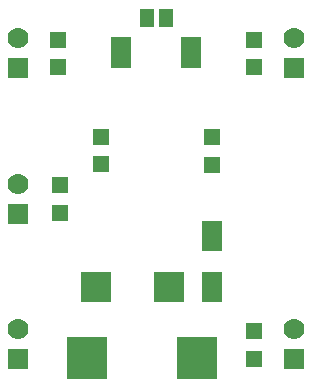
<source format=gts>
G04*
G04 #@! TF.GenerationSoftware,Altium Limited,Altium Designer,24.9.1 (31)*
G04*
G04 Layer_Color=8388736*
%FSLAX44Y44*%
%MOMM*%
G71*
G04*
G04 #@! TF.SameCoordinates,E9E1D246-21B5-4CF0-A3F4-6B989E9CA9DD*
G04*
G04*
G04 #@! TF.FilePolarity,Negative*
G04*
G01*
G75*
%ADD19R,1.3532X1.3532*%
%ADD20R,3.4532X3.6332*%
%ADD21R,1.7532X2.5532*%
%ADD22R,1.1632X1.5932*%
%ADD23R,1.6782X0.6532*%
%ADD24R,2.5732X2.6332*%
%ADD25C,1.7782*%
%ADD26R,1.7782X1.7782*%
D19*
X69000Y359250D02*
D03*
Y382750D02*
D03*
X235000Y112250D02*
D03*
Y135750D02*
D03*
X71000Y259750D02*
D03*
Y236250D02*
D03*
X199000Y300500D02*
D03*
Y277000D02*
D03*
X235000Y359250D02*
D03*
Y382750D02*
D03*
X105000Y277250D02*
D03*
Y300750D02*
D03*
D20*
X186750Y113000D02*
D03*
X93250D02*
D03*
D21*
X199000Y173500D02*
D03*
Y216500D02*
D03*
D22*
X143900Y401000D02*
D03*
X160100D02*
D03*
D23*
X181380Y381750D02*
D03*
Y375250D02*
D03*
Y368750D02*
D03*
Y362250D02*
D03*
X122620D02*
D03*
Y368750D02*
D03*
Y375250D02*
D03*
Y381750D02*
D03*
D24*
X163200Y173000D02*
D03*
X100800D02*
D03*
D25*
X269000Y384000D02*
D03*
Y137400D02*
D03*
X35000Y384000D02*
D03*
Y260400D02*
D03*
Y137400D02*
D03*
D26*
X269000Y358600D02*
D03*
Y112000D02*
D03*
X35000Y358600D02*
D03*
Y235000D02*
D03*
Y112000D02*
D03*
M02*

</source>
